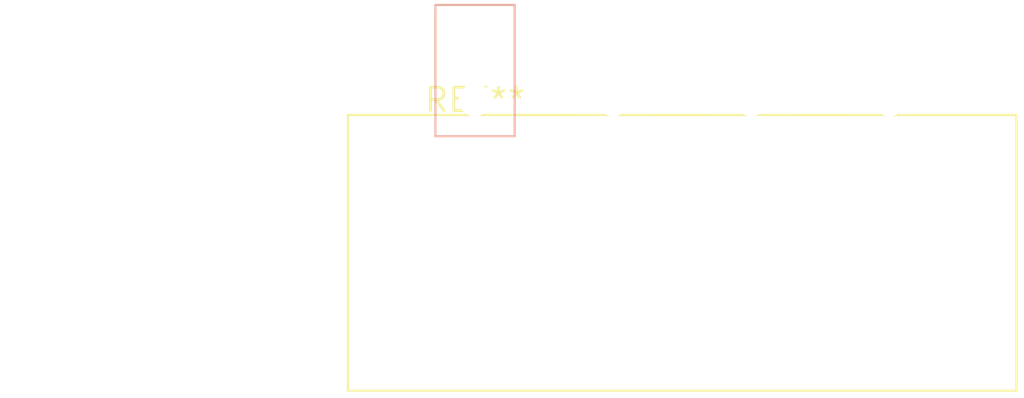
<source format=kicad_pcb>
(kicad_pcb (version 20240108) (generator pcbnew)
  (layers (0 "F.Cu" signal) (31 "B.Cu" signal) (34 "B.Paste" user) (35 "F.Paste" user) (36 "B.SilkS" user "B.Silkscreen") (37 "F.SilkS" user "F.Silkscreen") (38 "B.Mask" user) (39 "F.Mask" user) (44 "Edge.Cuts" user))
  (net 0 "")
  (footprint "Molex_Sabre_46007-1104_1x04_P7.49mm_Horizontal" (layer "F.Cu") (at 0 0)
    (property "Reference" "REF**")
    (property "Value" "Molex_Sabre_46007-1104_1x04_P7.49mm_Horizontal")
    (fp_line (start -2.15 -5.155) (end -2.15 1.975) (layer "B.SilkS") (stroke (width 0.12)))
    (fp_line (start -2.15 1.975) (end 2.15 1.975) (layer "B.SilkS") (stroke (width 0.12)))
    (fp_line (start 2.15 -5.155) (end -2.15 -5.155) (layer "B.SilkS") (stroke (width 0.12)))
    (fp_line (start 2.15 1.975) (end 2.15 -5.155) (layer "B.SilkS") (stroke (width 0.12)))
    (fp_line (start -6.9 0.815) (end -6.9 15.795) (layer "F.SilkS") (stroke (width 0.12)))
    (fp_line (start -6.9 15.795) (end 29.37 15.795) (layer "F.SilkS") (stroke (width 0.12)))
    (fp_line (start -2.15 0.815) (end -2.15 -4.895) (layer "F.SilkS") (stroke (width 0.12)))
    (fp_line (start 2.15 0.815) (end 5.34 0.815) (layer "F.SilkS") (stroke (width 0.12)))
    (fp_line (start 9.64 0.815) (end 12.83 0.815) (layer "F.SilkS") (stroke (width 0.12)))
    (fp_line (start 17.13 0.815) (end 20.32 0.815) (layer "F.SilkS") (stroke (width 0.12)))
    (fp_line (start 29.37 0.815) (end -6.9 0.815) (layer "F.SilkS") (stroke (width 0.12)))
    (fp_line (start 29.37 15.795) (end 29.37 0.815) (layer "F.SilkS") (stroke (width 0.12)))
    (pad "1" thru_hole rect (at 0 -3.18) (size 3.78 3.43) (drill 1.78) (layers *.Cu *.Mask) (remove_unused_layers))
    (pad "1" thru_hole rect (at 0 0) (size 3.78 3.43) (drill 1.78) (layers *.Cu *.Mask) (remove_unused_layers))
    (pad "2" thru_hole rect (at 7.49 -3.18) (size 3.78 3.43) (drill 1.78) (layers *.Cu *.Mask) (remove_unused_layers))
    (pad "2" thru_hole rect (at 7.49 0) (size 3.78 3.43) (drill 1.78) (layers *.Cu *.Mask) (remove_unused_layers))
    (pad "3" thru_hole rect (at 14.98 -3.18) (size 3.78 3.43) (drill 1.78) (layers *.Cu *.Mask) (remove_unused_layers))
    (pad "3" thru_hole rect (at 14.98 0) (size 3.78 3.43) (drill 1.78) (layers *.Cu *.Mask) (remove_unused_layers))
    (pad "4" thru_hole rect (at 22.47 -3.18) (size 3.78 3.43) (drill 1.78) (layers *.Cu *.Mask) (remove_unused_layers))
    (pad "4" thru_hole rect (at 22.47 0) (size 3.78 3.43) (drill 1.78) (layers *.Cu *.Mask) (remove_unused_layers))
  )
)
</source>
